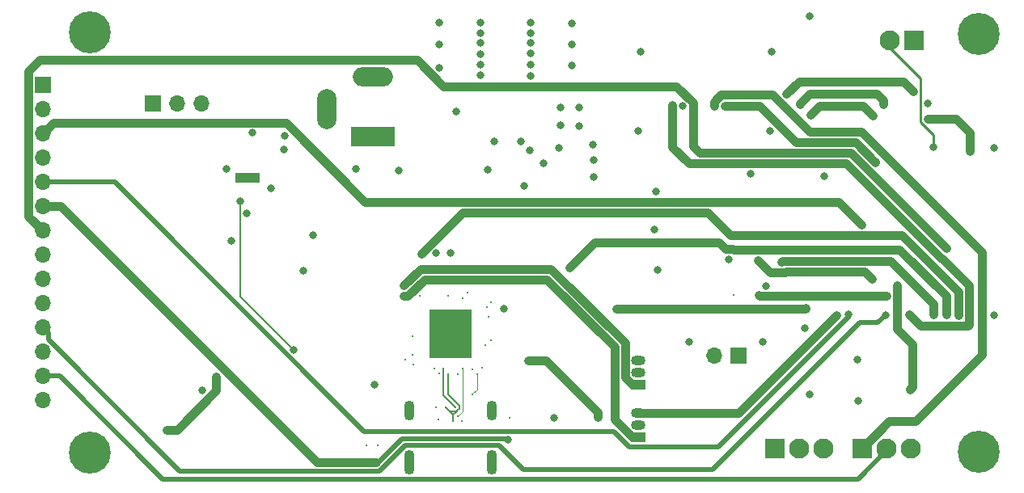
<source format=gbr>
%TF.GenerationSoftware,KiCad,Pcbnew,7.0.9*%
%TF.CreationDate,2024-01-24T14:37:03-05:00*%
%TF.ProjectId,FinalPcbLayout,46696e61-6c50-4636-924c-61796f75742e,rev?*%
%TF.SameCoordinates,Original*%
%TF.FileFunction,Copper,L4,Bot*%
%TF.FilePolarity,Positive*%
%FSLAX46Y46*%
G04 Gerber Fmt 4.6, Leading zero omitted, Abs format (unit mm)*
G04 Created by KiCad (PCBNEW 7.0.9) date 2024-01-24 14:37:03*
%MOMM*%
%LPD*%
G01*
G04 APERTURE LIST*
%TA.AperFunction,ComponentPad*%
%ADD10R,1.700000X1.700000*%
%TD*%
%TA.AperFunction,ComponentPad*%
%ADD11O,1.700000X1.700000*%
%TD*%
%TA.AperFunction,ComponentPad*%
%ADD12R,1.500000X1.050000*%
%TD*%
%TA.AperFunction,ComponentPad*%
%ADD13O,1.500000X1.050000*%
%TD*%
%TA.AperFunction,ComponentPad*%
%ADD14C,4.400000*%
%TD*%
%TA.AperFunction,ComponentPad*%
%ADD15R,2.100000X2.100000*%
%TD*%
%TA.AperFunction,ComponentPad*%
%ADD16C,2.100000*%
%TD*%
%TA.AperFunction,ComponentPad*%
%ADD17C,0.600000*%
%TD*%
%TA.AperFunction,SMDPad,CuDef*%
%ADD18R,2.650000X1.000000*%
%TD*%
%TA.AperFunction,SMDPad,CuDef*%
%ADD19R,4.500000X5.200000*%
%TD*%
%TA.AperFunction,ComponentPad*%
%ADD20O,1.100000X2.100000*%
%TD*%
%TA.AperFunction,ComponentPad*%
%ADD21O,1.100000X2.600000*%
%TD*%
%TA.AperFunction,ComponentPad*%
%ADD22R,4.600000X2.000000*%
%TD*%
%TA.AperFunction,ComponentPad*%
%ADD23O,4.200000X2.000000*%
%TD*%
%TA.AperFunction,ComponentPad*%
%ADD24O,2.000000X4.200000*%
%TD*%
%TA.AperFunction,ViaPad*%
%ADD25C,0.800000*%
%TD*%
%TA.AperFunction,ViaPad*%
%ADD26C,0.250000*%
%TD*%
%TA.AperFunction,ViaPad*%
%ADD27C,0.300000*%
%TD*%
%TA.AperFunction,Conductor*%
%ADD28C,0.900000*%
%TD*%
%TA.AperFunction,Conductor*%
%ADD29C,0.500000*%
%TD*%
%TA.AperFunction,Conductor*%
%ADD30C,0.150000*%
%TD*%
%TA.AperFunction,Conductor*%
%ADD31C,0.250000*%
%TD*%
%TA.AperFunction,Conductor*%
%ADD32C,0.090000*%
%TD*%
%TA.AperFunction,Conductor*%
%ADD33C,0.200000*%
%TD*%
G04 APERTURE END LIST*
D10*
%TO.P,J9,1,Pin_1*%
%TO.N,GND*%
X93537800Y-89515800D03*
D11*
%TO.P,J9,2,Pin_2*%
%TO.N,+3.3V*%
X96077800Y-89515800D03*
%TO.P,J9,3,Pin_3*%
%TO.N,+12V*%
X98617800Y-89515800D03*
%TD*%
D12*
%TO.P,Q3,1,E*%
%TO.N,/usb/DTR*%
X144373600Y-124510800D03*
D13*
%TO.P,Q3,2,B*%
%TO.N,Net-(Q3-B)*%
X144373600Y-123240800D03*
%TO.P,Q3,3,C*%
%TO.N,/ESP_IO0_B*%
X144373600Y-121970800D03*
%TD*%
D14*
%TO.P,H4,1*%
%TO.N,N/C*%
X180000000Y-126000000D03*
%TD*%
D15*
%TO.P,J4,1,Pin_1*%
%TO.N,/C1_Limit*%
X158676000Y-125650000D03*
D16*
%TO.P,J4,2,Pin_2*%
%TO.N,/C1_PWM*%
X161216000Y-125650000D03*
%TO.P,J4,3,Pin_3*%
%TO.N,/C1_CS*%
X163756000Y-125650000D03*
%TD*%
D10*
%TO.P,J6,1,Pin_1*%
%TO.N,Net-(J6-Pin_1)*%
X154840000Y-115957246D03*
D11*
%TO.P,J6,2,Pin_2*%
%TO.N,Net-(J6-Pin_2)*%
X152300000Y-115957246D03*
%TD*%
D15*
%TO.P,SW1,1,1*%
%TO.N,GND*%
X173200000Y-82900000D03*
D16*
%TO.P,SW1,2,2*%
%TO.N,/ESTOP*%
X170660000Y-82900000D03*
%TD*%
D14*
%TO.P,H3,1*%
%TO.N,N/C*%
X180000000Y-82250000D03*
%TD*%
D17*
%TO.P,U5,13*%
%TO.N,N/C*%
X102500000Y-97300000D03*
X103500000Y-97300000D03*
D18*
X103500000Y-97300000D03*
D17*
X104500000Y-97300000D03*
%TD*%
D15*
%TO.P,J2,1,Pin_1*%
%TO.N,/COPI*%
X167820000Y-125650000D03*
D16*
%TO.P,J2,2,Pin_2*%
%TO.N,/CIPO*%
X170360000Y-125650000D03*
%TO.P,J2,3,Pin_3*%
%TO.N,/SCLK*%
X172900000Y-125650000D03*
%TD*%
D19*
%TO.P,U6,57,Pad*%
%TO.N,GND*%
X124731397Y-113637500D03*
%TD*%
D12*
%TO.P,Q2,1,E*%
%TO.N,/usb/RTS*%
X144373600Y-118973600D03*
D13*
%TO.P,Q2,2,B*%
%TO.N,Net-(Q2-B)*%
X144373600Y-117703600D03*
%TO.P,Q2,3,C*%
%TO.N,/ESP_EN*%
X144373600Y-116433600D03*
%TD*%
D14*
%TO.P,H2,1*%
%TO.N,N/C*%
X86980000Y-126080000D03*
%TD*%
D10*
%TO.P,J7,1,Pin_1*%
%TO.N,+3.3V*%
X82070000Y-87590000D03*
D11*
%TO.P,J7,2,Pin_2*%
%TO.N,GND*%
X82070000Y-90130000D03*
%TO.P,J7,3,Pin_3*%
%TO.N,/Display_CS*%
X82070000Y-92670000D03*
%TO.P,J7,4,Pin_4*%
%TO.N,/Display_RST*%
X82070000Y-95210000D03*
%TO.P,J7,5,Pin_5*%
%TO.N,/Display_DC*%
X82070000Y-97750000D03*
%TO.P,J7,6,Pin_6*%
%TO.N,/COPI*%
X82070000Y-100290000D03*
%TO.P,J7,7,Pin_7*%
%TO.N,/SCLK*%
X82070000Y-102830000D03*
%TO.P,J7,8,Pin_8*%
%TO.N,+3.3V*%
X82070000Y-105370000D03*
%TO.P,J7,9,Pin_9*%
%TO.N,unconnected-(J7-Pin_9-Pad9)*%
X82070000Y-107910000D03*
%TO.P,J7,10,Pin_10*%
%TO.N,/SCLK*%
X82070000Y-110450000D03*
%TO.P,J7,11,Pin_11*%
%TO.N,/Touch_CS*%
X82070000Y-112990000D03*
%TO.P,J7,12,Pin_12*%
%TO.N,/COPI*%
X82070000Y-115530000D03*
%TO.P,J7,13,Pin_13*%
%TO.N,/CIPO*%
X82070000Y-118070000D03*
%TO.P,J7,14,Pin_14*%
%TO.N,unconnected-(J7-Pin_14-Pad14)*%
X82070000Y-120610000D03*
%TD*%
D20*
%TO.P,J5,S1,SHIELD*%
%TO.N,GND*%
X120394000Y-121722400D03*
D21*
X120394000Y-127082400D03*
D20*
X129034000Y-121722400D03*
D21*
X129034000Y-127082400D03*
%TD*%
D22*
%TO.P,J3,1*%
%TO.N,Net-(Q5-D)*%
X116560000Y-92980000D03*
D23*
%TO.P,J3,2*%
%TO.N,GND*%
X116560000Y-86680000D03*
D24*
%TO.P,J3,3*%
%TO.N,N/C*%
X111760000Y-90080000D03*
%TD*%
D14*
%TO.P,H1,1*%
%TO.N,N/C*%
X87000000Y-82100000D03*
%TD*%
D25*
%TO.N,GND*%
X162356800Y-119989600D03*
X161848800Y-113080800D03*
X167386000Y-120650000D03*
X167335200Y-116332000D03*
X146100000Y-102700000D03*
X181610000Y-111658400D03*
X158200000Y-92400000D03*
X123500000Y-85750000D03*
X136200000Y-89925000D03*
X137400000Y-83350000D03*
X123300000Y-111707400D03*
X123500000Y-81050000D03*
X149000000Y-89800000D03*
X128662701Y-96425500D03*
X146200000Y-98700000D03*
X110300000Y-103300000D03*
X158300000Y-84100000D03*
X126300000Y-111707400D03*
X123500000Y-83350000D03*
X149700000Y-114525000D03*
X124700000Y-105207400D03*
D26*
X119950000Y-116357400D03*
D25*
X144600000Y-84100000D03*
X123100000Y-115607400D03*
X126200000Y-113707400D03*
X125300000Y-90350000D03*
X101800000Y-103900000D03*
D26*
X154377200Y-109590700D03*
D25*
X104000000Y-92600000D03*
X181610000Y-94132400D03*
X137400000Y-81150000D03*
X109350000Y-107000000D03*
X153875383Y-105840871D03*
X123200000Y-105207400D03*
X114800000Y-96400000D03*
X137400000Y-85550000D03*
X157742109Y-108650500D03*
X105900000Y-98400000D03*
X103400000Y-101000000D03*
X144400000Y-92400000D03*
X157429200Y-114477200D03*
X138226800Y-89948000D03*
X123200000Y-113707400D03*
X156100000Y-96900000D03*
X107300000Y-94300000D03*
X163850000Y-97150000D03*
X132400000Y-98150000D03*
X126400000Y-115507400D03*
X98700000Y-119600000D03*
%TO.N,+5V*%
X139700000Y-97250000D03*
X139600000Y-93850000D03*
X136200000Y-91825000D03*
X136100000Y-94150000D03*
X134500000Y-95750000D03*
X146377200Y-106990700D03*
X139700000Y-95450000D03*
X138226800Y-91848000D03*
X133000000Y-94450000D03*
%TO.N,+12V*%
X95050000Y-123700000D03*
X100200000Y-118100000D03*
X107400000Y-92900000D03*
%TO.N,/Power/V_in*%
X101300000Y-96400000D03*
X119280000Y-96503600D03*
%TO.N,+3.3V*%
X162300000Y-80400000D03*
X174700000Y-89500000D03*
%TO.N,/SCLK*%
X150100000Y-89700000D03*
X171500000Y-108600000D03*
X172800000Y-119400000D03*
X176600000Y-104700000D03*
X171500000Y-111600000D03*
%TO.N,/CIPO*%
X147950000Y-89700000D03*
X172700000Y-111600000D03*
%TO.N,/COPI*%
X180340000Y-111620000D03*
X130780000Y-124740000D03*
X152300000Y-89800000D03*
%TO.N,/C1_PWM*%
X168900000Y-90800000D03*
X162400000Y-90700000D03*
%TO.N,/C1_Limit*%
X161300000Y-89600000D03*
X170000000Y-89600000D03*
D27*
%TO.N,/Power/USB_Vin*%
X115961600Y-125299200D03*
X123464000Y-122612400D03*
X117130000Y-125299200D03*
D26*
X125950000Y-122807400D03*
D27*
X123214000Y-121312400D03*
X130937000Y-122431400D03*
D25*
%TO.N,/SD_CS*%
X169200000Y-95600000D03*
X153430000Y-89750000D03*
%TO.N,/ESP_EN*%
X159900000Y-88500000D03*
D26*
X179070000Y-94538800D03*
D25*
X174700000Y-91100000D03*
D26*
X179070000Y-93675200D03*
D25*
X173151199Y-88251199D03*
%TO.N,Net-(U3-L1)*%
X129300000Y-93450000D03*
X127900000Y-83150000D03*
X127900000Y-86550000D03*
X127900000Y-81050000D03*
X127900000Y-84350000D03*
X127900000Y-82150000D03*
X127900000Y-85450000D03*
%TO.N,Net-(U3-L2)*%
X133100000Y-86650000D03*
X133100000Y-83150000D03*
X133100000Y-82150000D03*
X133100000Y-85450000D03*
X132100000Y-93450000D03*
X133100000Y-81050000D03*
X133100000Y-84250000D03*
%TO.N,Net-(Q1-G)*%
X108300000Y-115300000D03*
X102737699Y-99794500D03*
%TO.N,/ESTOP*%
X175260000Y-94120000D03*
%TO.N,/ESP_IO0_B*%
X165100000Y-111700000D03*
%TO.N,/TXD*%
X176600000Y-111600000D03*
X137200000Y-106707400D03*
%TO.N,/RXD*%
X121666000Y-105223400D03*
X177900000Y-111700000D03*
%TO.N,/usb/ee_pullup*%
X140100000Y-122350000D03*
X132892800Y-116456500D03*
%TO.N,/Display_RST*%
X142080000Y-111010000D03*
X161890000Y-111010000D03*
%TO.N,/Display_DC*%
X166370000Y-111620000D03*
%TO.N,/Display_CS*%
X167760000Y-102200000D03*
%TO.N,/IO17*%
X156900000Y-105900000D03*
X168860000Y-107900000D03*
%TO.N,/Touch_CS*%
X170240000Y-111670000D03*
%TO.N,/IO21*%
X175300000Y-111600000D03*
X159350000Y-106080000D03*
%TO.N,/IO22*%
X170400000Y-109670000D03*
X157000000Y-109600000D03*
D26*
%TO.N,+1V2*%
X126000000Y-109907400D03*
D27*
X128668897Y-111887500D03*
D26*
X124481397Y-109700000D03*
X128000000Y-117207400D03*
X120778897Y-113899500D03*
X123000000Y-117257400D03*
%TO.N,/usb/PD1_CC1*%
X127500000Y-117857400D03*
X127013113Y-119956330D03*
%TO.N,/usb/D+*%
X124500000Y-117857400D03*
X124214000Y-121312400D03*
X124950000Y-122807400D03*
%TO.N,/usb/D-*%
X125214000Y-121312400D03*
X124000000Y-117257400D03*
%TO.N,/usb/PD1_CC2*%
X125476000Y-122241400D03*
X126000000Y-117307400D03*
D25*
%TO.N,/usb/RTS*%
X119824652Y-108630949D03*
%TO.N,/usb/DTR*%
X119837200Y-109643000D03*
D26*
%TO.N,+3V3*%
X123500000Y-117807400D03*
X128350000Y-114857400D03*
X126500000Y-109357400D03*
D25*
X130303897Y-111003900D03*
D26*
X128950000Y-114357400D03*
X128500000Y-110857400D03*
D25*
X116789200Y-118939400D03*
D26*
X128950000Y-110357400D03*
X127000000Y-117407400D03*
X121481397Y-109700000D03*
X120793897Y-116887500D03*
D25*
X135600000Y-122407400D03*
D26*
X120778897Y-115880700D03*
X125500000Y-117857400D03*
%TD*%
D28*
%TO.N,+12V*%
X96084925Y-123700000D02*
X100200000Y-119584925D01*
X95050000Y-123700000D02*
X96084925Y-123700000D01*
X100200000Y-119584925D02*
X100200000Y-118100000D01*
%TO.N,/SCLK*%
X123965075Y-87700000D02*
X121215075Y-84950000D01*
X176600000Y-104644366D02*
X176600000Y-104700000D01*
X172800000Y-119400000D02*
X172800000Y-119500000D01*
X150100000Y-89700000D02*
X150100000Y-94000000D01*
X150100000Y-89415075D02*
X148384925Y-87700000D01*
X150800000Y-94700000D02*
X166655634Y-94700000D01*
X173100000Y-114700000D02*
X171500000Y-113100000D01*
X176655634Y-104700000D02*
X176627817Y-104672183D01*
X80570000Y-101330000D02*
X82070000Y-102830000D01*
X171500000Y-108600000D02*
X171500000Y-111600000D01*
X172900000Y-119400000D02*
X172800000Y-119400000D01*
X150100000Y-89700000D02*
X150100000Y-89415075D01*
X150100000Y-94000000D02*
X150800000Y-94700000D01*
X171500000Y-113100000D02*
X171500000Y-111600000D01*
X80570000Y-86090000D02*
X80570000Y-101330000D01*
X172850000Y-119450000D02*
X172900000Y-119400000D01*
X172800000Y-119500000D02*
X173100000Y-119200000D01*
X121215075Y-84950000D02*
X81710000Y-84950000D01*
X81710000Y-84950000D02*
X80570000Y-86090000D01*
X166655634Y-94700000D02*
X176600000Y-104644366D01*
X148384925Y-87700000D02*
X123965075Y-87700000D01*
X173100000Y-119200000D02*
X173100000Y-114700000D01*
X176600000Y-104700000D02*
X176655634Y-104700000D01*
D29*
%TO.N,/CIPO*%
X82070000Y-118070000D02*
X83810000Y-118070000D01*
D28*
X176200000Y-105800000D02*
X176144365Y-105800000D01*
X149700000Y-95800000D02*
X147950000Y-94050000D01*
X179000000Y-108600000D02*
X176200000Y-105800000D01*
D29*
X167370000Y-128840000D02*
X170360000Y-125850000D01*
D28*
X172700000Y-111600000D02*
X173900000Y-112800000D01*
X173900000Y-112800000D02*
X178900000Y-112800000D01*
D29*
X94580000Y-128840000D02*
X167370000Y-128840000D01*
D28*
X178900000Y-112800000D02*
X179000000Y-112700000D01*
D29*
X83810000Y-118070000D02*
X94580000Y-128840000D01*
D28*
X179000000Y-112700000D02*
X179000000Y-108600000D01*
X166144365Y-95800000D02*
X149700000Y-95800000D01*
X147950000Y-94050000D02*
X147950000Y-89700000D01*
X176144365Y-105800000D02*
X166144365Y-95800000D01*
%TO.N,/COPI*%
X152300000Y-89324365D02*
X153024365Y-88600000D01*
X180340000Y-105120000D02*
X180340000Y-111620000D01*
X180340000Y-115854000D02*
X180340000Y-111620000D01*
D29*
X130647600Y-124632400D02*
X130650000Y-124630000D01*
X117790000Y-126490000D02*
X119647600Y-124632400D01*
D28*
X173373600Y-122820400D02*
X180340000Y-115854000D01*
D29*
X117222236Y-127100000D02*
X116939394Y-127100000D01*
D28*
X167820000Y-125650000D02*
X170649600Y-122820400D01*
X83945635Y-100290000D02*
X82070000Y-100290000D01*
X167720000Y-92500000D02*
X180340000Y-105120000D01*
X110755635Y-127100000D02*
X83945635Y-100290000D01*
X158444366Y-88600000D02*
X162344366Y-92500000D01*
X170649600Y-122820400D02*
X173373600Y-122820400D01*
X152300000Y-89800000D02*
X152300000Y-89324365D01*
D29*
X119647600Y-124632400D02*
X130647600Y-124632400D01*
X117790000Y-126490000D02*
X117790000Y-126532236D01*
D28*
X162344366Y-92500000D02*
X167720000Y-92500000D01*
X153024365Y-88600000D02*
X158444366Y-88600000D01*
D29*
X117790000Y-126532236D02*
X117222236Y-127100000D01*
D28*
X116939394Y-127100000D02*
X110755635Y-127100000D01*
%TO.N,/C1_PWM*%
X163300000Y-89800000D02*
X167900000Y-89800000D01*
X162400000Y-90700000D02*
X163300000Y-89800000D01*
X167900000Y-89800000D02*
X168900000Y-90800000D01*
%TO.N,/C1_Limit*%
X170000000Y-89144366D02*
X170000000Y-89600000D01*
X162344366Y-88500000D02*
X169355634Y-88500000D01*
X169355634Y-88500000D02*
X170000000Y-89144366D01*
X161300000Y-89600000D02*
X161300000Y-89544366D01*
X161300000Y-89544366D02*
X162344366Y-88500000D01*
%TO.N,/SD_CS*%
X157034925Y-89750000D02*
X153430000Y-89750000D01*
X167111268Y-93600000D02*
X160884925Y-93600000D01*
X169200000Y-95600000D02*
X169200000Y-95688732D01*
X160884925Y-93600000D02*
X157034925Y-89750000D01*
X169200000Y-95688732D02*
X167111268Y-93600000D01*
%TO.N,/ESP_EN*%
X179070000Y-93675200D02*
X179070000Y-94538800D01*
X161200000Y-87200000D02*
X159900000Y-88500000D01*
X179070000Y-94538800D02*
X179070000Y-94120000D01*
X177659800Y-91147400D02*
X179070000Y-92557600D01*
X173151199Y-88251199D02*
X172100000Y-87200000D01*
X174701200Y-91147400D02*
X177659800Y-91147400D01*
X179070000Y-92557600D02*
X179070000Y-93675200D01*
X172100000Y-87200000D02*
X161200000Y-87200000D01*
D30*
%TO.N,Net-(Q1-G)*%
X102737699Y-99794500D02*
X102725000Y-99807199D01*
X102725000Y-99807199D02*
X102725000Y-109725000D01*
X102725000Y-109725000D02*
X108300000Y-115300000D01*
D31*
%TO.N,/ESTOP*%
X173926200Y-86855000D02*
X169976800Y-82905600D01*
X175260000Y-93026800D02*
X175260000Y-93472000D01*
X173926200Y-91468416D02*
X173926200Y-86855000D01*
X175260000Y-94120000D02*
X175260000Y-93026800D01*
X175260000Y-93472000D02*
X175260000Y-92802216D01*
X175260000Y-92802216D02*
X173926200Y-91468416D01*
D28*
%TO.N,/ESP_IO0_B*%
X154829200Y-121970800D02*
X165100000Y-111700000D01*
X144373600Y-121970800D02*
X154829200Y-121970800D01*
%TO.N,/TXD*%
X154310308Y-104790871D02*
X153547684Y-104790871D01*
X153547684Y-104790871D02*
X152856813Y-104100000D01*
X152856813Y-104100000D02*
X139807400Y-104100000D01*
X139807400Y-104100000D02*
X137200000Y-106707400D01*
X176600000Y-109700000D02*
X171700000Y-104800000D01*
X154319437Y-104800000D02*
X154310308Y-104790871D01*
X171700000Y-104800000D02*
X154319437Y-104800000D01*
X176600000Y-111600000D02*
X176600000Y-109700000D01*
%TO.N,/RXD*%
X121666000Y-105223400D02*
X125989400Y-100900000D01*
X154049587Y-103300000D02*
X151649587Y-100900000D01*
X172000000Y-103300000D02*
X154049587Y-103300000D01*
X177900000Y-109200000D02*
X172000000Y-103300000D01*
X151649587Y-100900000D02*
X125989400Y-100900000D01*
X177900000Y-111700000D02*
X177900000Y-109200000D01*
%TO.N,/usb/ee_pullup*%
X140106400Y-121885800D02*
X140106400Y-122343600D01*
X134677100Y-116456500D02*
X140106400Y-121885800D01*
X132892800Y-116456500D02*
X134677100Y-116456500D01*
X140106400Y-122343600D02*
X140100000Y-122350000D01*
%TO.N,/Display_RST*%
X161890000Y-111010000D02*
X161890000Y-110970000D01*
X161890000Y-110970000D02*
X161870000Y-110990000D01*
X142080000Y-111010000D02*
X161850000Y-111010000D01*
X161850000Y-111010000D02*
X161890000Y-111010000D01*
D29*
%TO.N,/Display_DC*%
X166470000Y-111770000D02*
X166370000Y-111670000D01*
X141840000Y-123890000D02*
X143435800Y-125485800D01*
X115687918Y-123890000D02*
X141840000Y-123890000D01*
X89547918Y-97750000D02*
X115687918Y-123890000D01*
X143435800Y-125485800D02*
X152754200Y-125485800D01*
X152754200Y-125485800D02*
X166470000Y-111770000D01*
X166370000Y-111670000D02*
X166370000Y-111620000D01*
X82070000Y-97750000D02*
X89547918Y-97750000D01*
D28*
%TO.N,/Display_CS*%
X82070000Y-92670000D02*
X83190000Y-91550000D01*
X115784925Y-99800000D02*
X165360000Y-99800000D01*
X107534925Y-91550000D02*
X115784925Y-99800000D01*
X83190000Y-91550000D02*
X107534925Y-91550000D01*
X165360000Y-99800000D02*
X167760000Y-102200000D01*
%TO.N,/IO17*%
X159885634Y-107100000D02*
X159805634Y-107180000D01*
X159805634Y-107180000D02*
X158180000Y-107180000D01*
X168860000Y-107900000D02*
X168060000Y-107100000D01*
X158180000Y-107180000D02*
X156900000Y-105900000D01*
X168060000Y-107100000D02*
X159885634Y-107100000D01*
D29*
%TO.N,/Touch_CS*%
X82608478Y-114230000D02*
X96378478Y-128000000D01*
X152130000Y-127870000D02*
X167550000Y-112450000D01*
X169460000Y-112450000D02*
X170240000Y-111670000D01*
X167550000Y-112450000D02*
X169460000Y-112450000D01*
X132310000Y-127870000D02*
X152130000Y-127870000D01*
X82640000Y-113560000D02*
X82640000Y-114198478D01*
X82070000Y-112990000D02*
X82640000Y-113560000D01*
X129772400Y-125332400D02*
X132310000Y-127870000D01*
X82640000Y-114198478D02*
X82608478Y-114230000D01*
X117312186Y-128000000D02*
X119979786Y-125332400D01*
X119979786Y-125332400D02*
X129772400Y-125332400D01*
X96378478Y-128000000D02*
X117312186Y-128000000D01*
D28*
%TO.N,/IO21*%
X159430000Y-106000000D02*
X170800000Y-106000000D01*
X175300000Y-110500000D02*
X175300000Y-111600000D01*
X159350000Y-106080000D02*
X159430000Y-106000000D01*
X170800000Y-106000000D02*
X175300000Y-110500000D01*
%TO.N,/IO22*%
X157100000Y-109700000D02*
X157000000Y-109600000D01*
X170400000Y-109670000D02*
X170370000Y-109700000D01*
X170370000Y-109700000D02*
X157100000Y-109700000D01*
D32*
%TO.N,/usb/PD1_CC1*%
X127479500Y-117877900D02*
X127500000Y-117857400D01*
X127013113Y-119942287D02*
X127479500Y-119475900D01*
X127479500Y-119475900D02*
X127479500Y-117877900D01*
X127013113Y-119956330D02*
X127013113Y-119942287D01*
D33*
%TO.N,/usb/D+*%
X125639000Y-121134400D02*
X124481397Y-119976797D01*
X125511221Y-121616221D02*
X125639000Y-121488441D01*
X125379941Y-121747500D02*
X125511221Y-121616221D01*
X124968000Y-122148359D02*
X125299959Y-121816400D01*
X124649100Y-121747500D02*
X124214000Y-121312400D01*
X124968000Y-122241400D02*
X124968000Y-122148359D01*
X125311041Y-121816400D02*
X125511221Y-121616221D01*
X124968000Y-122066400D02*
X124649100Y-121747500D01*
X124481397Y-119976797D02*
X124481397Y-117876003D01*
X124649100Y-121747500D02*
X125379941Y-121747500D01*
X125639000Y-121488441D02*
X125639000Y-121134400D01*
X124968000Y-122241400D02*
X124950000Y-122807400D01*
X124481397Y-117876003D02*
X124500000Y-117857400D01*
X125299959Y-121816400D02*
X125311041Y-121816400D01*
X124968000Y-122241400D02*
X124968000Y-122066400D01*
%TO.N,/usb/D-*%
X125214000Y-121312400D02*
X123981397Y-120079797D01*
X123981397Y-120079797D02*
X124000000Y-117257400D01*
D32*
%TO.N,/usb/PD1_CC2*%
X125476000Y-122241400D02*
X125981397Y-121736003D01*
X125981397Y-121736003D02*
X125981397Y-117326003D01*
X125981397Y-117326003D02*
X126000000Y-117307400D01*
D28*
%TO.N,/usb/RTS*%
X143756899Y-118973600D02*
X142973600Y-118190301D01*
X142973600Y-114576400D02*
X135246200Y-106849000D01*
X121568652Y-106849000D02*
X135246200Y-106849000D01*
X142973600Y-118190301D02*
X142973600Y-114576400D01*
X144373600Y-118973600D02*
X143756899Y-118973600D01*
X121568652Y-106849000D02*
X119824652Y-108593000D01*
%TO.N,/usb/DTR*%
X141873600Y-122627501D02*
X141873600Y-115032034D01*
X141873600Y-115032034D02*
X134790566Y-107949000D01*
X143756899Y-124510800D02*
X141873600Y-122627501D01*
X120280286Y-109693000D02*
X119837200Y-109693000D01*
X144373600Y-124510800D02*
X143756899Y-124510800D01*
X122024286Y-107949000D02*
X134790566Y-107949000D01*
X122024286Y-107949000D02*
X120280286Y-109693000D01*
%TD*%
M02*

</source>
